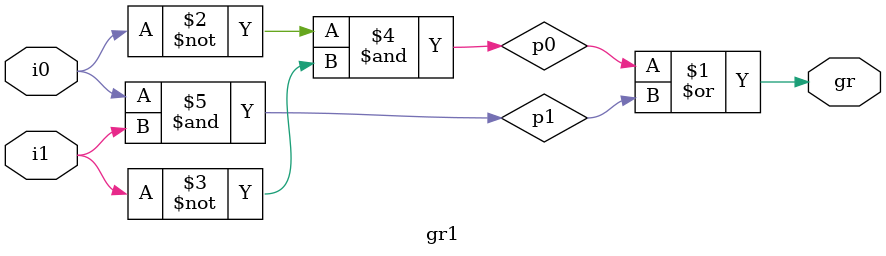
<source format=v>
module gr1(i0,i1,gr);

//’i0’ and ‘i1’ are the input single bits.
    input wire i0,i1;
//’gr’ is the final output which is true for A<B.
    output wire gr;

wire p0,p1;

//’gr’ is true for either ‘p0’ or ‘p1’.
	assign gr = p0 | p1;

//’p0’ and ‘p1’ will be true if ‘i0’ and ‘i1’ //are equal.
	assign p0 = ~i0 & ~i1;
	assign p1 = i0 & i1;

endmodule

</source>
